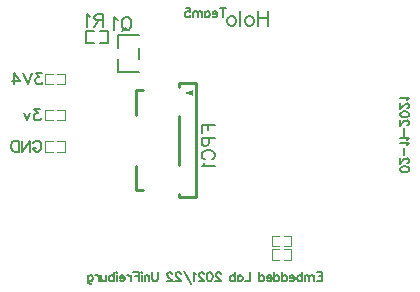
<source format=gbo>
G04 Layer: BottomSilkLayer*
G04 EasyEDA v6.4.25, 2021-12-06T02:48:24+01:00*
G04 3d30912b60d9496eba34c91f18b07311,db93e8822c7348a7aec6f6efa12e507d,10*
G04 Gerber Generator version 0.2*
G04 Scale: 100 percent, Rotated: No, Reflected: No *
G04 Dimensions in millimeters *
G04 leading zeros omitted , absolute positions ,4 integer and 5 decimal *
%FSLAX45Y45*%
%MOMM*%

%ADD10C,0.2540*%
%ADD20C,0.2032*%
%ADD21C,0.1524*%
%ADD22C,0.1016*%

%LPD*%
D20*
X262018Y-1331518D02*
G01*
X266562Y-1322428D01*
X275653Y-1313337D01*
X284746Y-1308790D01*
X302928Y-1308790D01*
X312018Y-1313337D01*
X321109Y-1322428D01*
X325653Y-1331518D01*
X330200Y-1345153D01*
X330200Y-1367881D01*
X325653Y-1381518D01*
X321109Y-1390609D01*
X312018Y-1399700D01*
X302928Y-1404246D01*
X284746Y-1404246D01*
X275653Y-1399700D01*
X266562Y-1390609D01*
X262018Y-1381518D01*
X262018Y-1367881D01*
X284746Y-1367881D02*
G01*
X262018Y-1367881D01*
X232018Y-1308790D02*
G01*
X232018Y-1404246D01*
X232018Y-1308790D02*
G01*
X168381Y-1404246D01*
X168381Y-1308790D02*
G01*
X168381Y-1404246D01*
X138381Y-1308790D02*
G01*
X138381Y-1404246D01*
X138381Y-1308790D02*
G01*
X106563Y-1308790D01*
X92928Y-1313337D01*
X83835Y-1322428D01*
X79291Y-1331518D01*
X74744Y-1345153D01*
X74744Y-1367881D01*
X79291Y-1381518D01*
X83835Y-1390609D01*
X92928Y-1399700D01*
X106563Y-1404246D01*
X138381Y-1404246D01*
X321109Y-1042090D02*
G01*
X271109Y-1042090D01*
X298381Y-1078453D01*
X284746Y-1078453D01*
X275653Y-1083000D01*
X271109Y-1087546D01*
X266562Y-1101181D01*
X266562Y-1110272D01*
X271109Y-1123909D01*
X280200Y-1133000D01*
X293837Y-1137546D01*
X307472Y-1137546D01*
X321109Y-1133000D01*
X325653Y-1128453D01*
X330200Y-1119362D01*
X236562Y-1073909D02*
G01*
X209290Y-1137546D01*
X182018Y-1073909D02*
G01*
X209290Y-1137546D01*
X333809Y-737290D02*
G01*
X283809Y-737290D01*
X311081Y-773653D01*
X297446Y-773653D01*
X288353Y-778200D01*
X283809Y-782746D01*
X279262Y-796381D01*
X279262Y-805472D01*
X283809Y-819109D01*
X292900Y-828200D01*
X306537Y-832746D01*
X320172Y-832746D01*
X333809Y-828200D01*
X338353Y-823653D01*
X342900Y-814562D01*
X249262Y-737290D02*
G01*
X212900Y-832746D01*
X176537Y-737290D02*
G01*
X212900Y-832746D01*
X101081Y-737290D02*
G01*
X146537Y-800928D01*
X78353Y-800928D01*
X101081Y-737290D02*
G01*
X101081Y-832746D01*
X2705100Y-2425006D02*
G01*
X2705100Y-2497744D01*
X2705100Y-2425006D02*
G01*
X2660073Y-2425006D01*
X2705100Y-2459644D02*
G01*
X2677391Y-2459644D01*
X2705100Y-2497744D02*
G01*
X2660073Y-2497744D01*
X2637213Y-2449253D02*
G01*
X2637213Y-2497744D01*
X2637213Y-2463106D02*
G01*
X2626822Y-2452715D01*
X2619895Y-2449253D01*
X2609504Y-2449253D01*
X2602575Y-2452715D01*
X2599113Y-2463106D01*
X2599113Y-2497744D01*
X2599113Y-2463106D02*
G01*
X2588722Y-2452715D01*
X2581795Y-2449253D01*
X2571404Y-2449253D01*
X2564475Y-2452715D01*
X2561013Y-2463106D01*
X2561013Y-2497744D01*
X2538153Y-2425006D02*
G01*
X2538153Y-2497744D01*
X2538153Y-2459644D02*
G01*
X2531224Y-2452715D01*
X2524297Y-2449253D01*
X2513906Y-2449253D01*
X2506979Y-2452715D01*
X2500053Y-2459644D01*
X2496588Y-2470035D01*
X2496588Y-2476962D01*
X2500053Y-2487353D01*
X2506979Y-2494279D01*
X2513906Y-2497744D01*
X2524297Y-2497744D01*
X2531224Y-2494279D01*
X2538153Y-2487353D01*
X2473728Y-2470035D02*
G01*
X2432164Y-2470035D01*
X2432164Y-2463106D01*
X2435628Y-2456179D01*
X2439093Y-2452715D01*
X2446020Y-2449253D01*
X2456411Y-2449253D01*
X2463337Y-2452715D01*
X2470264Y-2459644D01*
X2473728Y-2470035D01*
X2473728Y-2476962D01*
X2470264Y-2487353D01*
X2463337Y-2494279D01*
X2456411Y-2497744D01*
X2446020Y-2497744D01*
X2439093Y-2494279D01*
X2432164Y-2487353D01*
X2367742Y-2425006D02*
G01*
X2367742Y-2497744D01*
X2367742Y-2459644D02*
G01*
X2374668Y-2452715D01*
X2381595Y-2449253D01*
X2391986Y-2449253D01*
X2398915Y-2452715D01*
X2405842Y-2459644D01*
X2409304Y-2470035D01*
X2409304Y-2476962D01*
X2405842Y-2487353D01*
X2398915Y-2494279D01*
X2391986Y-2497744D01*
X2381595Y-2497744D01*
X2374668Y-2494279D01*
X2367742Y-2487353D01*
X2303317Y-2425006D02*
G01*
X2303317Y-2497744D01*
X2303317Y-2459644D02*
G01*
X2310244Y-2452715D01*
X2317173Y-2449253D01*
X2327564Y-2449253D01*
X2334491Y-2452715D01*
X2341417Y-2459644D01*
X2344882Y-2470035D01*
X2344882Y-2476962D01*
X2341417Y-2487353D01*
X2334491Y-2494279D01*
X2327564Y-2497744D01*
X2317173Y-2497744D01*
X2310244Y-2494279D01*
X2303317Y-2487353D01*
X2280457Y-2470035D02*
G01*
X2238895Y-2470035D01*
X2238895Y-2463106D01*
X2242357Y-2456179D01*
X2245822Y-2452715D01*
X2252748Y-2449253D01*
X2263140Y-2449253D01*
X2270066Y-2452715D01*
X2276995Y-2459644D01*
X2280457Y-2470035D01*
X2280457Y-2476962D01*
X2276995Y-2487353D01*
X2270066Y-2494279D01*
X2263140Y-2497744D01*
X2252748Y-2497744D01*
X2245822Y-2494279D01*
X2238895Y-2487353D01*
X2174471Y-2425006D02*
G01*
X2174471Y-2497744D01*
X2174471Y-2459644D02*
G01*
X2181397Y-2452715D01*
X2188324Y-2449253D01*
X2198715Y-2449253D01*
X2205644Y-2452715D01*
X2212571Y-2459644D01*
X2216035Y-2470035D01*
X2216035Y-2476962D01*
X2212571Y-2487353D01*
X2205644Y-2494279D01*
X2198715Y-2497744D01*
X2188324Y-2497744D01*
X2181397Y-2494279D01*
X2174471Y-2487353D01*
X2098271Y-2425006D02*
G01*
X2098271Y-2497744D01*
X2098271Y-2497744D02*
G01*
X2056706Y-2497744D01*
X1992284Y-2449253D02*
G01*
X1992284Y-2497744D01*
X1992284Y-2459644D02*
G01*
X1999211Y-2452715D01*
X2006137Y-2449253D01*
X2016528Y-2449253D01*
X2023455Y-2452715D01*
X2030384Y-2459644D01*
X2033846Y-2470035D01*
X2033846Y-2476962D01*
X2030384Y-2487353D01*
X2023455Y-2494279D01*
X2016528Y-2497744D01*
X2006137Y-2497744D01*
X1999211Y-2494279D01*
X1992284Y-2487353D01*
X1969424Y-2425006D02*
G01*
X1969424Y-2497744D01*
X1969424Y-2459644D02*
G01*
X1962495Y-2452715D01*
X1955568Y-2449253D01*
X1945177Y-2449253D01*
X1938251Y-2452715D01*
X1931324Y-2459644D01*
X1927860Y-2470035D01*
X1927860Y-2476962D01*
X1931324Y-2487353D01*
X1938251Y-2494279D01*
X1945177Y-2497744D01*
X1955568Y-2497744D01*
X1962495Y-2494279D01*
X1969424Y-2487353D01*
X1848195Y-2442324D02*
G01*
X1848195Y-2438862D01*
X1844733Y-2431935D01*
X1841268Y-2428471D01*
X1834342Y-2425006D01*
X1820486Y-2425006D01*
X1813560Y-2428471D01*
X1810095Y-2431935D01*
X1806633Y-2438862D01*
X1806633Y-2445788D01*
X1810095Y-2452715D01*
X1817024Y-2463106D01*
X1851660Y-2497744D01*
X1803168Y-2497744D01*
X1759526Y-2425006D02*
G01*
X1769917Y-2428471D01*
X1776844Y-2438862D01*
X1780308Y-2456179D01*
X1780308Y-2466571D01*
X1776844Y-2483888D01*
X1769917Y-2494279D01*
X1759526Y-2497744D01*
X1752600Y-2497744D01*
X1742208Y-2494279D01*
X1735282Y-2483888D01*
X1731817Y-2466571D01*
X1731817Y-2456179D01*
X1735282Y-2438862D01*
X1742208Y-2428471D01*
X1752600Y-2425006D01*
X1759526Y-2425006D01*
X1705495Y-2442324D02*
G01*
X1705495Y-2438862D01*
X1702031Y-2431935D01*
X1698566Y-2428471D01*
X1691639Y-2425006D01*
X1677784Y-2425006D01*
X1670857Y-2428471D01*
X1667395Y-2431935D01*
X1663931Y-2438862D01*
X1663931Y-2445788D01*
X1667395Y-2452715D01*
X1674322Y-2463106D01*
X1708957Y-2497744D01*
X1660466Y-2497744D01*
X1637606Y-2438862D02*
G01*
X1630679Y-2435397D01*
X1620288Y-2425006D01*
X1620288Y-2497744D01*
X1535084Y-2411153D02*
G01*
X1597428Y-2521988D01*
X1508760Y-2442324D02*
G01*
X1508760Y-2438862D01*
X1505295Y-2431935D01*
X1501833Y-2428471D01*
X1494904Y-2425006D01*
X1481051Y-2425006D01*
X1474124Y-2428471D01*
X1470660Y-2431935D01*
X1467195Y-2438862D01*
X1467195Y-2445788D01*
X1470660Y-2452715D01*
X1477586Y-2463106D01*
X1512224Y-2497744D01*
X1463733Y-2497744D01*
X1437408Y-2442324D02*
G01*
X1437408Y-2438862D01*
X1433944Y-2431935D01*
X1430482Y-2428471D01*
X1423555Y-2425006D01*
X1409700Y-2425006D01*
X1402773Y-2428471D01*
X1399308Y-2431935D01*
X1395844Y-2438862D01*
X1395844Y-2445788D01*
X1399308Y-2452715D01*
X1406235Y-2463106D01*
X1440873Y-2497744D01*
X1392382Y-2497744D01*
X1316182Y-2425006D02*
G01*
X1316182Y-2476962D01*
X1312717Y-2487353D01*
X1305791Y-2494279D01*
X1295400Y-2497744D01*
X1288473Y-2497744D01*
X1278082Y-2494279D01*
X1271155Y-2487353D01*
X1267691Y-2476962D01*
X1267691Y-2425006D01*
X1244831Y-2449253D02*
G01*
X1244831Y-2497744D01*
X1244831Y-2463106D02*
G01*
X1234439Y-2452715D01*
X1227513Y-2449253D01*
X1217122Y-2449253D01*
X1210195Y-2452715D01*
X1206731Y-2463106D01*
X1206731Y-2497744D01*
X1183871Y-2425006D02*
G01*
X1180406Y-2428471D01*
X1176944Y-2425006D01*
X1180406Y-2421544D01*
X1183871Y-2425006D01*
X1180406Y-2449253D02*
G01*
X1180406Y-2497744D01*
X1154084Y-2425006D02*
G01*
X1154084Y-2497744D01*
X1154084Y-2425006D02*
G01*
X1109055Y-2425006D01*
X1154084Y-2459644D02*
G01*
X1126375Y-2459644D01*
X1086195Y-2449253D02*
G01*
X1086195Y-2497744D01*
X1086195Y-2470035D02*
G01*
X1082733Y-2459644D01*
X1075804Y-2452715D01*
X1068877Y-2449253D01*
X1058486Y-2449253D01*
X1035626Y-2470035D02*
G01*
X994064Y-2470035D01*
X994064Y-2463106D01*
X997526Y-2456179D01*
X1000991Y-2452715D01*
X1007917Y-2449253D01*
X1018308Y-2449253D01*
X1025235Y-2452715D01*
X1032164Y-2459644D01*
X1035626Y-2470035D01*
X1035626Y-2476962D01*
X1032164Y-2487353D01*
X1025235Y-2494279D01*
X1018308Y-2497744D01*
X1007917Y-2497744D01*
X1000991Y-2494279D01*
X994064Y-2487353D01*
X971204Y-2425006D02*
G01*
X967739Y-2428471D01*
X964275Y-2425006D01*
X967739Y-2421544D01*
X971204Y-2425006D01*
X967739Y-2449253D02*
G01*
X967739Y-2497744D01*
X941415Y-2425006D02*
G01*
X941415Y-2497744D01*
X941415Y-2459644D02*
G01*
X934488Y-2452715D01*
X927562Y-2449253D01*
X917171Y-2449253D01*
X910244Y-2452715D01*
X903315Y-2459644D01*
X899853Y-2470035D01*
X899853Y-2476962D01*
X903315Y-2487353D01*
X910244Y-2494279D01*
X917171Y-2497744D01*
X927562Y-2497744D01*
X934488Y-2494279D01*
X941415Y-2487353D01*
X876993Y-2449253D02*
G01*
X876993Y-2483888D01*
X873528Y-2494279D01*
X866602Y-2497744D01*
X856211Y-2497744D01*
X849284Y-2494279D01*
X838893Y-2483888D01*
X838893Y-2449253D02*
G01*
X838893Y-2497744D01*
X816033Y-2449253D02*
G01*
X816033Y-2497744D01*
X816033Y-2470035D02*
G01*
X812568Y-2459644D01*
X805642Y-2452715D01*
X798715Y-2449253D01*
X788324Y-2449253D01*
X723900Y-2449253D02*
G01*
X723900Y-2504671D01*
X727364Y-2515062D01*
X730826Y-2518524D01*
X737755Y-2521988D01*
X748144Y-2521988D01*
X755073Y-2518524D01*
X723900Y-2459644D02*
G01*
X730826Y-2452715D01*
X737755Y-2449253D01*
X748144Y-2449253D01*
X755073Y-2452715D01*
X762000Y-2459644D01*
X765464Y-2470035D01*
X765464Y-2476962D01*
X762000Y-2487353D01*
X755073Y-2494279D01*
X748144Y-2497744D01*
X737755Y-2497744D01*
X730826Y-2494279D01*
X723900Y-2487353D01*
X2247900Y-214744D02*
G01*
X2247900Y-335973D01*
X2167082Y-214744D02*
G01*
X2167082Y-335973D01*
X2247900Y-272473D02*
G01*
X2167082Y-272473D01*
X2100117Y-255155D02*
G01*
X2111664Y-260926D01*
X2123208Y-272473D01*
X2128982Y-289791D01*
X2128982Y-301335D01*
X2123208Y-318655D01*
X2111664Y-330200D01*
X2100117Y-335973D01*
X2082800Y-335973D01*
X2071255Y-330200D01*
X2059708Y-318655D01*
X2053935Y-301335D01*
X2053935Y-289791D01*
X2059708Y-272473D01*
X2071255Y-260926D01*
X2082800Y-255155D01*
X2100117Y-255155D01*
X2015835Y-214744D02*
G01*
X2015835Y-335973D01*
X1948873Y-255155D02*
G01*
X1960417Y-260926D01*
X1971964Y-272473D01*
X1977735Y-289791D01*
X1977735Y-301335D01*
X1971964Y-318655D01*
X1960417Y-330200D01*
X1948873Y-335973D01*
X1931555Y-335973D01*
X1920008Y-330200D01*
X1908464Y-318655D01*
X1902691Y-301335D01*
X1902691Y-289791D01*
X1908464Y-272473D01*
X1920008Y-260926D01*
X1931555Y-255155D01*
X1948873Y-255155D01*
X1868055Y-189806D02*
G01*
X1868055Y-262544D01*
X1892300Y-189806D02*
G01*
X1843808Y-189806D01*
X1820948Y-234835D02*
G01*
X1779384Y-234835D01*
X1779384Y-227906D01*
X1782848Y-220979D01*
X1786313Y-217515D01*
X1793239Y-214053D01*
X1803631Y-214053D01*
X1810557Y-217515D01*
X1817484Y-224444D01*
X1820948Y-234835D01*
X1820948Y-241762D01*
X1817484Y-252153D01*
X1810557Y-259079D01*
X1803631Y-262544D01*
X1793239Y-262544D01*
X1786313Y-259079D01*
X1779384Y-252153D01*
X1714962Y-214053D02*
G01*
X1714962Y-262544D01*
X1714962Y-224444D02*
G01*
X1721888Y-217515D01*
X1728815Y-214053D01*
X1739206Y-214053D01*
X1746135Y-217515D01*
X1753062Y-224444D01*
X1756524Y-234835D01*
X1756524Y-241762D01*
X1753062Y-252153D01*
X1746135Y-259079D01*
X1739206Y-262544D01*
X1728815Y-262544D01*
X1721888Y-259079D01*
X1714962Y-252153D01*
X1692102Y-214053D02*
G01*
X1692102Y-262544D01*
X1692102Y-227906D02*
G01*
X1681711Y-217515D01*
X1674784Y-214053D01*
X1664393Y-214053D01*
X1657464Y-217515D01*
X1654002Y-227906D01*
X1654002Y-262544D01*
X1654002Y-227906D02*
G01*
X1643611Y-217515D01*
X1636684Y-214053D01*
X1626293Y-214053D01*
X1619364Y-217515D01*
X1615902Y-227906D01*
X1615902Y-262544D01*
X1551477Y-189806D02*
G01*
X1586115Y-189806D01*
X1589577Y-220979D01*
X1586115Y-217515D01*
X1575724Y-214053D01*
X1565333Y-214053D01*
X1554942Y-217515D01*
X1548015Y-224444D01*
X1544551Y-234835D01*
X1544551Y-241762D01*
X1548015Y-252153D01*
X1554942Y-259079D01*
X1565333Y-262544D01*
X1575724Y-262544D01*
X1586115Y-259079D01*
X1589577Y-255615D01*
X1593042Y-248688D01*
X3442393Y-1554017D02*
G01*
X3438928Y-1564408D01*
X3428537Y-1571335D01*
X3411220Y-1574800D01*
X3400828Y-1574800D01*
X3383511Y-1571335D01*
X3373120Y-1564408D01*
X3369655Y-1554017D01*
X3369655Y-1547091D01*
X3373120Y-1536700D01*
X3383511Y-1529773D01*
X3400828Y-1526308D01*
X3411220Y-1526308D01*
X3428537Y-1529773D01*
X3438928Y-1536700D01*
X3442393Y-1547091D01*
X3442393Y-1554017D01*
X3425075Y-1499984D02*
G01*
X3428537Y-1499984D01*
X3435464Y-1496522D01*
X3438928Y-1493057D01*
X3442393Y-1486131D01*
X3442393Y-1472275D01*
X3438928Y-1465348D01*
X3435464Y-1461884D01*
X3428537Y-1458422D01*
X3421611Y-1458422D01*
X3414684Y-1461884D01*
X3404293Y-1468813D01*
X3369655Y-1503448D01*
X3369655Y-1454957D01*
X3400828Y-1432097D02*
G01*
X3400828Y-1369753D01*
X3428537Y-1346893D02*
G01*
X3432002Y-1339964D01*
X3442393Y-1329575D01*
X3369655Y-1329575D01*
X3428537Y-1306715D02*
G01*
X3432002Y-1299786D01*
X3442393Y-1289395D01*
X3369655Y-1289395D01*
X3400828Y-1266535D02*
G01*
X3400828Y-1204191D01*
X3425075Y-1177866D02*
G01*
X3428537Y-1177866D01*
X3435464Y-1174404D01*
X3438928Y-1170939D01*
X3442393Y-1164013D01*
X3442393Y-1150157D01*
X3438928Y-1143231D01*
X3435464Y-1139766D01*
X3428537Y-1136304D01*
X3421611Y-1136304D01*
X3414684Y-1139766D01*
X3404293Y-1146695D01*
X3369655Y-1181331D01*
X3369655Y-1132839D01*
X3442393Y-1089197D02*
G01*
X3438928Y-1099588D01*
X3428537Y-1106515D01*
X3411220Y-1109979D01*
X3400828Y-1109979D01*
X3383511Y-1106515D01*
X3373120Y-1099588D01*
X3369655Y-1089197D01*
X3369655Y-1082271D01*
X3373120Y-1071879D01*
X3383511Y-1064953D01*
X3400828Y-1061488D01*
X3411220Y-1061488D01*
X3428537Y-1064953D01*
X3438928Y-1071879D01*
X3442393Y-1082271D01*
X3442393Y-1089197D01*
X3425075Y-1035164D02*
G01*
X3428537Y-1035164D01*
X3435464Y-1031702D01*
X3438928Y-1028237D01*
X3442393Y-1021311D01*
X3442393Y-1007455D01*
X3438928Y-1000528D01*
X3435464Y-997064D01*
X3428537Y-993602D01*
X3421611Y-993602D01*
X3414684Y-997064D01*
X3404293Y-1003993D01*
X3369655Y-1038628D01*
X3369655Y-990137D01*
X3428537Y-967277D02*
G01*
X3432002Y-960351D01*
X3442393Y-949960D01*
X3369655Y-949960D01*
D21*
X1688071Y-1181112D02*
G01*
X1797037Y-1181112D01*
X1688071Y-1181112D02*
G01*
X1688071Y-1248676D01*
X1739887Y-1181112D02*
G01*
X1739887Y-1222768D01*
X1688071Y-1282966D02*
G01*
X1797037Y-1282966D01*
X1688071Y-1282966D02*
G01*
X1688071Y-1329702D01*
X1693151Y-1345196D01*
X1698485Y-1350530D01*
X1708899Y-1355610D01*
X1724393Y-1355610D01*
X1734807Y-1350530D01*
X1739887Y-1345196D01*
X1745221Y-1329702D01*
X1745221Y-1282966D01*
X1713979Y-1467878D02*
G01*
X1703565Y-1462798D01*
X1693151Y-1452384D01*
X1688071Y-1441970D01*
X1688071Y-1421142D01*
X1693151Y-1410728D01*
X1703565Y-1400314D01*
X1713979Y-1395234D01*
X1729727Y-1389900D01*
X1755635Y-1389900D01*
X1771129Y-1395234D01*
X1781543Y-1400314D01*
X1791957Y-1410728D01*
X1797037Y-1421142D01*
X1797037Y-1441970D01*
X1791957Y-1452384D01*
X1781543Y-1462798D01*
X1771129Y-1467878D01*
X1708899Y-1502168D02*
G01*
X1703565Y-1512582D01*
X1688071Y-1528076D01*
X1797037Y-1528076D01*
X1060970Y-265684D02*
G01*
X1071384Y-270763D01*
X1081798Y-281178D01*
X1087132Y-291592D01*
X1092212Y-307339D01*
X1092212Y-333247D01*
X1087132Y-348742D01*
X1081798Y-359155D01*
X1071384Y-369570D01*
X1060970Y-374650D01*
X1040142Y-374650D01*
X1029982Y-369570D01*
X1019568Y-359155D01*
X1014234Y-348742D01*
X1009154Y-333247D01*
X1009154Y-307339D01*
X1014234Y-291592D01*
X1019568Y-281178D01*
X1029982Y-270763D01*
X1040142Y-265684D01*
X1060970Y-265684D01*
X1045476Y-354076D02*
G01*
X1014234Y-385063D01*
X974864Y-286512D02*
G01*
X964450Y-281178D01*
X948702Y-265684D01*
X948702Y-374650D01*
X850900Y-240284D02*
G01*
X850900Y-349250D01*
X850900Y-240284D02*
G01*
X804163Y-240284D01*
X788670Y-245363D01*
X783336Y-250697D01*
X778255Y-261112D01*
X778255Y-271526D01*
X783336Y-281939D01*
X788670Y-287020D01*
X804163Y-292100D01*
X850900Y-292100D01*
X814578Y-292100D02*
G01*
X778255Y-349250D01*
X743965Y-261112D02*
G01*
X733552Y-255778D01*
X717804Y-240284D01*
X717804Y-349250D01*
G36*
X1610918Y-880922D02*
G01*
X1547418Y-906322D01*
X1610918Y-931722D01*
G37*
D10*
X1640245Y-825606D02*
G01*
X1640245Y-1790588D01*
X1496644Y-1760207D02*
G01*
X1496644Y-1790600D01*
X1496644Y-1102217D02*
G01*
X1496644Y-1513979D01*
X1640245Y-1790588D02*
G01*
X1498597Y-1790600D01*
X1498597Y-1760202D01*
X1130297Y-1521211D02*
G01*
X1130297Y-1729292D01*
X1187726Y-1729292D01*
X1128344Y-1094991D02*
G01*
X1128344Y-880902D01*
X1187726Y-880902D01*
X1640245Y-825606D02*
G01*
X1496644Y-825606D01*
X1496644Y-855992D01*
D21*
X1154407Y-725119D02*
G01*
X979167Y-725119D01*
X979167Y-620958D01*
X1154407Y-417880D02*
G01*
X979167Y-417880D01*
X979167Y-522041D01*
X1154407Y-617039D02*
G01*
X1154407Y-525960D01*
X822721Y-481660D02*
G01*
X894524Y-481660D01*
X894524Y-381939D01*
X822721Y-381939D01*
X777478Y-481660D02*
G01*
X705675Y-481660D01*
X705675Y-381939D01*
X777478Y-381939D01*
D22*
X463042Y-744220D02*
G01*
X526542Y-744220D01*
X526542Y-830579D01*
X473202Y-830579D01*
X463042Y-830579D01*
X424942Y-830579D02*
G01*
X363981Y-830579D01*
X363981Y-744220D01*
X417321Y-744220D01*
X424942Y-744220D01*
X463042Y-1049020D02*
G01*
X526542Y-1049020D01*
X526542Y-1135379D01*
X473202Y-1135379D01*
X463042Y-1135379D01*
X424942Y-1135379D02*
G01*
X363981Y-1135379D01*
X363981Y-1049020D01*
X417321Y-1049020D01*
X424942Y-1049020D01*
X2380741Y-2230120D02*
G01*
X2444241Y-2230120D01*
X2444241Y-2316479D01*
X2390902Y-2316479D01*
X2380741Y-2316479D01*
X2342641Y-2316479D02*
G01*
X2281681Y-2316479D01*
X2281681Y-2230120D01*
X2335022Y-2230120D01*
X2342641Y-2230120D01*
X2380741Y-2115820D02*
G01*
X2444241Y-2115820D01*
X2444241Y-2202179D01*
X2390902Y-2202179D01*
X2380741Y-2202179D01*
X2342641Y-2202179D02*
G01*
X2281681Y-2202179D01*
X2281681Y-2115820D01*
X2335022Y-2115820D01*
X2342641Y-2115820D01*
X463042Y-1315720D02*
G01*
X526542Y-1315720D01*
X526542Y-1402079D01*
X473202Y-1402079D01*
X463042Y-1402079D01*
X424942Y-1402079D02*
G01*
X363981Y-1402079D01*
X363981Y-1315720D01*
X417321Y-1315720D01*
X424942Y-1315720D01*
M02*

</source>
